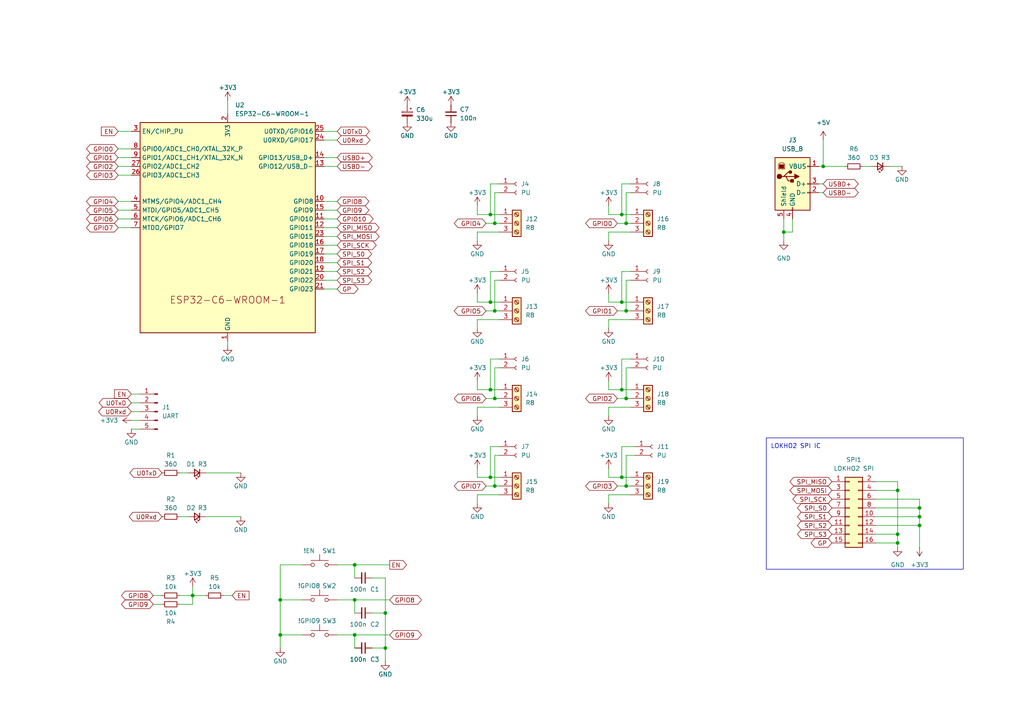
<source format=kicad_sch>
(kicad_sch (version 20250114) (generator "eeschema") (generator_version "9.0")
  (paper "A4")
  (lib_symbols
    (symbol "Connector:Conn_01x02_Socket" (pin_names (offset 1.016) (hide yes))
      (property "Reference" "J" (at 0 2.54 0))
      (property "Value" "Conn_01x02_Socket" (at 0 -5.08 0))
      (symbol "Conn_01x02_Socket_1_1"
        (polyline (pts (xy -1.27 0) (xy -0.508 0)) (stroke (width 0.1524)))
        (polyline (pts (xy -1.27 -2.54) (xy -0.508 -2.54)) (stroke (width 0.1524)))
        (arc (start 0 -0.508) (mid -0.5058 0) (end 0 0.508) (stroke (width 0.1524)))
        (arc (start 0 -3.048) (mid -0.5058 -2.54) (end 0 -2.032) (stroke (width 0.1524)))
        (pin passive line (at -5.08 0 0) (length 3.81) (name "Pin_1") (number "1"))
        (pin passive line (at -5.08 -2.54 0) (length 3.81) (name "Pin_2") (number "2"))
      )
    )
    (symbol "Connector:Conn_01x05_Pin" (pin_names (offset 1.016) (hide yes))
      (property "Reference" "J" (at 0 7.62 0))
      (property "Value" "Conn_01x05_Pin" (at 0 -7.62 0))
      (symbol "Conn_01x05_Pin_1_1"
        (rectangle (start 0.8636 5.207) (end 0 4.953) (stroke (width 0.1524)) (fill (type outline)))
        (rectangle (start 0.8636 2.667) (end 0 2.413) (stroke (width 0.1524)) (fill (type outline)))
        (rectangle (start 0.8636 0.127) (end 0 -0.127) (stroke (width 0.1524)) (fill (type outline)))
        (rectangle (start 0.8636 -2.413) (end 0 -2.667) (stroke (width 0.1524)) (fill (type outline)))
        (rectangle (start 0.8636 -4.953) (end 0 -5.207) (stroke (width 0.1524)) (fill (type outline)))
        (polyline (pts (xy 1.27 5.08) (xy 0.8636 5.08)) (stroke (width 0.1524)))
        (polyline (pts (xy 1.27 2.54) (xy 0.8636 2.54)) (stroke (width 0.1524)))
        (polyline (pts (xy 1.27 0) (xy 0.8636 0)) (stroke (width 0.1524)))
        (polyline (pts (xy 1.27 -2.54) (xy 0.8636 -2.54)) (stroke (width 0.1524)))
        (polyline (pts (xy 1.27 -5.08) (xy 0.8636 -5.08)) (stroke (width 0.1524)))
        (pin passive line (at 5.08 5.08 180) (length 3.81) (name "Pin_1") (number "1"))
        (pin passive line (at 5.08 2.54 180) (length 3.81) (name "Pin_2") (number "2"))
        (pin passive line (at 5.08 0 180) (length 3.81) (name "Pin_3") (number "3"))
        (pin passive line (at 5.08 -2.54 180) (length 3.81) (name "Pin_4") (number "4"))
        (pin passive line (at 5.08 -5.08 180) (length 3.81) (name "Pin_5") (number "5"))
      )
    )
    (symbol "Connector:Screw_Terminal_01x03" (pin_names (offset 1.016) (hide yes))
      (property "Reference" "J" (at 0 5.08 0))
      (property "Value" "Screw_Terminal_01x03" (at 0 -5.08 0))
      (symbol "Screw_Terminal_01x03_1_1"
        (rectangle (start -1.27 3.81) (end 1.27 -3.81) (stroke (width 0.254)) (fill (type background)))
        (polyline (pts (xy -0.5334 2.8702) (xy 0.3302 2.032)) (stroke (width 0.1524)))
        (polyline (pts (xy -0.5334 0.3302) (xy 0.3302 -0.508)) (stroke (width 0.1524)))
        (polyline (pts (xy -0.5334 -2.2098) (xy 0.3302 -3.048)) (stroke (width 0.1524)))
        (polyline (pts (xy -0.3556 3.048) (xy 0.508 2.2098)) (stroke (width 0.1524)))
        (polyline (pts (xy -0.3556 0.508) (xy 0.508 -0.3302)) (stroke (width 0.1524)))
        (polyline (pts (xy -0.3556 -2.032) (xy 0.508 -2.8702)) (stroke (width 0.1524)))
        (circle (center 0 2.54) (radius 0.635) (stroke (width 0.1524)))
        (circle (center 0 0) (radius 0.635) (stroke (width 0.1524)))
        (circle (center 0 -2.54) (radius 0.635) (stroke (width 0.1524)))
        (pin passive line (at -5.08 2.54 0) (length 3.81) (name "Pin_1") (number "1"))
        (pin passive line (at -5.08 0 0) (length 3.81) (name "Pin_2") (number "2"))
        (pin passive line (at -5.08 -2.54 0) (length 3.81) (name "Pin_3") (number "3"))
      )
    )
    (symbol "Connector:USB_B" (pin_names (offset 1.016))
      (property "Reference" "J" (at -5.08 11.43 0))
      (property "Value" "USB_B" (at -5.08 8.89 0))
      (symbol "USB_B_0_1"
        (rectangle (start -5.08 -7.62) (end 5.08 7.62) (stroke (width 0.254)) (fill (type background)))
        (polyline (pts (xy -4.064 4.318) (xy -2.286 4.318) (xy -2.286 5.715) (xy -2.667 6.096) (xy -3.683 6.096) (xy -4.064 5.715) (xy -4.064 4.318)))
        (rectangle (start -3.81 5.588) (end -2.54 4.572) (fill (type outline)))
        (circle (center -3.81 2.159) (radius 0.635) (stroke (width 0.254)) (fill (type outline)))
        (polyline (pts (xy -3.175 2.159) (xy -2.54 2.159) (xy -1.27 3.429) (xy -0.635 3.429)) (stroke (width 0.254)))
        (polyline (pts (xy -2.54 2.159) (xy -1.905 2.159) (xy -1.27 0.889) (xy 0 0.889)) (stroke (width 0.254)))
        (polyline (pts (xy -1.905 2.159) (xy 0.635 2.159)) (stroke (width 0.254)))
        (circle (center -0.635 3.429) (radius 0.381) (stroke (width 0.254)) (fill (type outline)))
        (rectangle (start -0.127 -7.62) (end 0.127 -6.858))
        (rectangle (start 0.254 1.27) (end -0.508 0.508) (stroke (width 0.254)) (fill (type outline)))
        (polyline (pts (xy 0.635 2.794) (xy 0.635 1.524) (xy 1.905 2.159) (xy 0.635 2.794)) (stroke (width 0.254)) (fill (type outline)))
        (rectangle (start 5.08 4.953) (end 4.318 5.207))
        (rectangle (start 5.08 -0.127) (end 4.318 0.127))
        (rectangle (start 5.08 -2.667) (end 4.318 -2.413))
      )
      (symbol "USB_B_1_1"
        (pin passive line (at -2.54 -10.16 90) (length 2.54) (name "Shield") (number "5"))
        (pin power_out line (at 0 -10.16 90) (length 2.54) (name "GND") (number "4"))
        (pin power_out line (at 7.62 5.08 180) (length 2.54) (name "VBUS") (number "1"))
        (pin bidirectional line (at 7.62 0 180) (length 2.54) (name "D+") (number "3"))
        (pin bidirectional line (at 7.62 -2.54 180) (length 2.54) (name "D-") (number "2"))
      )
    )
    (symbol "Connector_Generic:Conn_02x08_Odd_Even" (pin_names (offset 1.016) (hide yes))
      (property "Reference" "J" (at 1.27 10.16 0))
      (property "Value" "Conn_02x08_Odd_Even" (at 1.27 -12.7 0))
      (symbol "Conn_02x08_Odd_Even_1_1"
        (rectangle (start -1.27 8.89) (end 3.81 -11.43) (stroke (width 0.254)) (fill (type background)))
        (rectangle (start -1.27 7.747) (end 0 7.493) (stroke (width 0.1524)))
        (rectangle (start -1.27 5.207) (end 0 4.953) (stroke (width 0.1524)))
        (rectangle (start -1.27 2.667) (end 0 2.413) (stroke (width 0.1524)))
        (rectangle (start -1.27 0.127) (end 0 -0.127) (stroke (width 0.1524)))
        (rectangle (start -1.27 -2.413) (end 0 -2.667) (stroke (width 0.1524)))
        (rectangle (start -1.27 -4.953) (end 0 -5.207) (stroke (width 0.1524)))
        (rectangle (start -1.27 -7.493) (end 0 -7.747) (stroke (width 0.1524)))
        (rectangle (start -1.27 -10.033) (end 0 -10.287) (stroke (width 0.1524)))
        (rectangle (start 3.81 7.747) (end 2.54 7.493) (stroke (width 0.1524)))
        (rectangle (start 3.81 5.207) (end 2.54 4.953) (stroke (width 0.1524)))
        (rectangle (start 3.81 2.667) (end 2.54 2.413) (stroke (width 0.1524)))
        (rectangle (start 3.81 0.127) (end 2.54 -0.127) (stroke (width 0.1524)))
        (rectangle (start 3.81 -2.413) (end 2.54 -2.667) (stroke (width 0.1524)))
        (rectangle (start 3.81 -4.953) (end 2.54 -5.207) (stroke (width 0.1524)))
        (rectangle (start 3.81 -7.493) (end 2.54 -7.747) (stroke (width 0.1524)))
        (rectangle (start 3.81 -10.033) (end 2.54 -10.287) (stroke (width 0.1524)))
        (pin passive line (at -5.08 7.62 0) (length 3.81) (name "Pin_1") (number "1"))
        (pin passive line (at -5.08 5.08 0) (length 3.81) (name "Pin_3") (number "3"))
        (pin passive line (at -5.08 2.54 0) (length 3.81) (name "Pin_5") (number "5"))
        (pin passive line (at -5.08 0 0) (length 3.81) (name "Pin_7") (number "7"))
        (pin passive line (at -5.08 -2.54 0) (length 3.81) (name "Pin_9") (number "9"))
        (pin passive line (at -5.08 -5.08 0) (length 3.81) (name "Pin_11") (number "11"))
        (pin passive line (at -5.08 -7.62 0) (length 3.81) (name "Pin_13") (number "13"))
        (pin passive line (at -5.08 -10.16 0) (length 3.81) (name "Pin_15") (number "15"))
        (pin passive line (at 7.62 7.62 180) (length 3.81) (name "Pin_2") (number "2"))
        (pin passive line (at 7.62 5.08 180) (length 3.81) (name "Pin_4") (number "4"))
        (pin passive line (at 7.62 2.54 180) (length 3.81) (name "Pin_6") (number "6"))
        (pin passive line (at 7.62 0 180) (length 3.81) (name "Pin_8") (number "8"))
        (pin passive line (at 7.62 -2.54 180) (length 3.81) (name "Pin_10") (number "10"))
        (pin passive line (at 7.62 -5.08 180) (length 3.81) (name "Pin_12") (number "12"))
        (pin passive line (at 7.62 -7.62 180) (length 3.81) (name "Pin_14") (number "14"))
        (pin passive line (at 7.62 -10.16 180) (length 3.81) (name "Pin_16") (number "16"))
      )
    )
    (symbol "Device:C_Polarized_Small" (pin_numbers (hide yes)) (pin_names (offset 0.254) (hide yes))
      (property "Reference" "C" (at 0.254 1.778 0))
      (property "Value" "C_Polarized_Small" (at 0.254 -2.032 0))
      (symbol "C_Polarized_Small_0_1"
        (rectangle (start -1.524 0.6858) (end 1.524 0.3048))
        (rectangle (start -1.524 -0.3048) (end 1.524 -0.6858) (fill (type outline)))
        (polyline (pts (xy -1.27 1.524) (xy -0.762 1.524)))
        (polyline (pts (xy -1.016 1.27) (xy -1.016 1.778)))
      )
      (symbol "C_Polarized_Small_1_1"
        (pin passive line (at 0 2.54 270) (length 1.8542) (name "~") (number "1"))
        (pin passive line (at 0 -2.54 90) (length 1.8542) (name "~") (number "2"))
      )
    )
    (symbol "Device:C_Small" (pin_numbers (hide yes)) (pin_names (offset 0.254) (hide yes))
      (property "Reference" "C" (at 0.254 1.778 0))
      (property "Value" "C_Small" (at 0.254 -2.032 0))
      (symbol "C_Small_0_1"
        (polyline (pts (xy -1.524 0.508) (xy 1.524 0.508)) (stroke (width 0.3048)))
        (polyline (pts (xy -1.524 -0.508) (xy 1.524 -0.508)) (stroke (width 0.3302)))
      )
      (symbol "C_Small_1_1"
        (pin passive line (at 0 2.54 270) (length 2.032) (name "~") (number "1"))
        (pin passive line (at 0 -2.54 90) (length 2.032) (name "~") (number "2"))
      )
    )
    (symbol "Device:LED_Small" (pin_numbers (hide yes)) (pin_names (offset 0.254) (hide yes))
      (property "Reference" "D" (at -1.27 3.175 0))
      (property "Value" "LED_Small" (at -4.445 -2.54 0))
      (symbol "LED_Small_0_1"
        (polyline (pts (xy -0.762 -1.016) (xy -0.762 1.016)) (stroke (width 0.254)))
        (polyline (pts (xy 0 0.762) (xy -0.508 1.27) (xy -0.254 1.27) (xy -0.508 1.27) (xy -0.508 1.016)))
        (polyline (pts (xy 0.508 1.27) (xy 0 1.778) (xy 0.254 1.778) (xy 0 1.778) (xy 0 1.524)))
        (polyline (pts (xy 0.762 -1.016) (xy -0.762 0) (xy 0.762 1.016) (xy 0.762 -1.016)) (stroke (width 0.254)))
        (polyline (pts (xy 1.016 0) (xy -0.762 0)))
      )
      (symbol "LED_Small_1_1"
        (pin passive line (at -2.54 0 0) (length 1.778) (name "K") (number "1"))
        (pin passive line (at 2.54 0 180) (length 1.778) (name "A") (number "2"))
      )
    )
    (symbol "Device:R_Small" (pin_numbers (hide yes)) (pin_names (offset 0.254) (hide yes))
      (property "Reference" "R" (at 0.762 0.508 0))
      (property "Value" "R_Small" (at 0.762 -1.016 0))
      (symbol "R_Small_0_1"
        (rectangle (start -0.762 1.778) (end 0.762 -1.778) (stroke (width 0.2032)))
      )
      (symbol "R_Small_1_1"
        (pin passive line (at 0 2.54 270) (length 0.762) (name "~") (number "1"))
        (pin passive line (at 0 -2.54 90) (length 0.762) (name "~") (number "2"))
      )
    )
    (symbol "Espressif:ESP32-C6-WROOM-1"
      (property "Reference" "U" (at -25.4 35.56 0))
      (property "Value" "ESP32-C6-WROOM-1" (at -25.4 33.02 0))
      (symbol "ESP32-C6-WROOM-1_0_0"
        (text "ESP32-C6-WROOM-1" (at 0 -20.955 0) (effects (font (size 2 2))))
      )
      (symbol "ESP32-C6-WROOM-1_0_1"
        (rectangle (start -25.4 30.48) (end 25.4 -30.48) (stroke (width 0.254)) (fill (type background)))
      )
      (symbol "ESP32-C6-WROOM-1_1_1"
        (pin input line (at -27.94 27.94 0) (length 2.54) (name "EN/CHIP_PU") (number "3"))
        (pin bidirectional line (at -27.94 22.86 0) (length 2.54) (name "GPIO0/ADC1_CH0/XTAL_32K_P") (number "8"))
        (pin bidirectional line (at -27.94 20.32 0) (length 2.54) (name "GPIO1/ADC1_CH1/XTAL_32K_N") (number "9"))
        (pin bidirectional line (at -27.94 17.78 0) (length 2.54) (name "GPIO2/ADC1_CH2") (number "27"))
        (pin bidirectional line (at -27.94 15.24 0) (length 2.54) (name "GPIO3/ADC1_CH3") (number "26"))
        (pin bidirectional line (at -27.94 7.62 0) (length 2.54) (name "MTMS/GPIO4/ADC1_CH4") (number "4"))
        (pin bidirectional line (at -27.94 5.08 0) (length 2.54) (name "MTDI/GPIO5/ADC1_CH5") (number "5"))
        (pin bidirectional line (at -27.94 2.54 0) (length 2.54) (name "MTCK/GPIO6/ADC1_CH6") (number "6"))
        (pin bidirectional line (at -27.94 0 0) (length 2.54) (name "MTDO/GPIO7") (number "7"))
        (pin no_connect line (at -25.4 -12.7 0) (length 2.54) (hide yes) (name "NC") (number "22"))
        (pin power_in line (at 0 33.02 270) (length 2.54) (name "3V3") (number "2"))
        (pin power_in line (at 0 -33.02 90) (length 2.54) (name "GND") (number "1"))
        (pin passive line (at 0 -33.02 90) (length 2.54) (hide yes) (name "GND") (number "28"))
        (pin passive line (at 0 -33.02 90) (length 2.54) (hide yes) (name "GND") (number "29"))
        (pin bidirectional line (at 27.94 27.94 180) (length 2.54) (name "U0TXD/GPIO16") (number "25"))
        (pin bidirectional line (at 27.94 25.4 180) (length 2.54) (name "U0RXD/GPIO17") (number "24"))
        (pin bidirectional line (at 27.94 20.32 180) (length 2.54) (name "GPIO13/USB_D+") (number "14"))
        (pin bidirectional line (at 27.94 17.78 180) (length 2.54) (name "GPIO12/USB_D-") (number "13"))
        (pin bidirectional line (at 27.94 7.62 180) (length 2.54) (name "GPIO8") (number "10"))
        (pin bidirectional line (at 27.94 5.08 180) (length 2.54) (name "GPIO9") (number "15"))
        (pin bidirectional line (at 27.94 2.54 180) (length 2.54) (name "GPIO10") (number "11"))
        (pin bidirectional line (at 27.94 0 180) (length 2.54) (name "GPIO11") (number "12"))
        (pin bidirectional line (at 27.94 -2.54 180) (length 2.54) (name "GPIO15") (number "23"))
        (pin bidirectional line (at 27.94 -5.08 180) (length 2.54) (name "GPIO18") (number "16"))
        (pin bidirectional line (at 27.94 -7.62 180) (length 2.54) (name "GPIO19") (number "17"))
        (pin bidirectional line (at 27.94 -10.16 180) (length 2.54) (name "GPIO20") (number "18"))
        (pin bidirectional line (at 27.94 -12.7 180) (length 2.54) (name "GPIO21") (number "19"))
        (pin bidirectional line (at 27.94 -15.24 180) (length 2.54) (name "GPIO22") (number "20"))
        (pin bidirectional line (at 27.94 -17.78 180) (length 2.54) (name "GPIO23") (number "21"))
      )
    )
    (symbol "GND_1" (power) (pin_numbers (hide yes)) (pin_names (offset 0) (hide yes))
      (property "Value" "GND" (at 0 -3.81 0))
      (symbol "GND_1_0_1"
        (polyline (pts (xy 0 0) (xy 0 -1.27) (xy 1.27 -1.27) (xy 0 -2.54) (xy -1.27 -1.27) (xy 0 -1.27)))
      )
      (symbol "GND_1_1_1"
        (pin power_in line (at 0 0 270) (length 0) (name "~") (number "1"))
      )
    )
    (symbol "Switch:SW_Push" (pin_numbers (hide yes)) (pin_names (offset 1.016) (hide yes))
      (property "Reference" "SW" (at 1.27 2.54 0))
      (property "Value" "SW_Push" (at 0 -1.524 0))
      (symbol "SW_Push_0_1"
        (circle (center -2.032 0) (radius 0.508))
        (polyline (pts (xy 0 1.27) (xy 0 3.048)))
        (circle (center 2.032 0) (radius 0.508))
        (polyline (pts (xy 2.54 1.27) (xy -2.54 1.27)))
        (pin passive line (at -5.08 0 0) (length 2.54) (name "1") (number "1"))
        (pin passive line (at 5.08 0 180) (length 2.54) (name "2") (number "2"))
      )
    )
    (symbol "power:+12V" (power) (pin_names (offset 0))
      (property "Value" "+12V" (at 0 3.556 0))
      (symbol "+12V_0_1"
        (polyline (pts (xy -0.762 1.27) (xy 0 2.54)))
        (polyline (pts (xy 0 2.54) (xy 0.762 1.27)))
        (polyline (pts (xy 0 0) (xy 0 2.54)))
      )
      (symbol "+12V_1_1"
        (pin power_in line (at 0 0 90) (length 0) (hide yes) (name "+12V") (number "1"))
      )
    )
    (symbol "power:+3V3" (power) (pin_numbers (hide yes)) (pin_names (offset 0) (hide yes))
      (property "Value" "+3V3" (at 0 3.556 0))
      (symbol "+3V3_0_1"
        (polyline (pts (xy -0.762 1.27) (xy 0 2.54)))
        (polyline (pts (xy 0 2.54) (xy 0.762 1.27)))
        (polyline (pts (xy 0 0) (xy 0 2.54)))
      )
      (symbol "+3V3_1_1"
        (pin power_in line (at 0 0 90) (length 0) (name "~") (number "1"))
      )
    )
    (symbol "power:GND" (power) (pin_numbers (hide yes)) (pin_names (offset 0) (hide yes))
      (property "Value" "GND" (at 0 -3.81 0))
      (symbol "GND_0_1"
        (polyline (pts (xy 0 0) (xy 0 -1.27) (xy 1.27 -1.27) (xy 0 -2.54) (xy -1.27 -1.27) (xy 0 -1.27)))
      )
      (symbol "GND_1_1"
        (pin power_in line (at 0 0 270) (length 0) (name "~") (number "1"))
      )
    )
  )
  (rectangle (start 222.25 127) (end 279.4 165.1))
  (text "LOKHO2 SPI IC" (at 223.52 129.54 0) (effects (font (size 1.27 1.27)) (justify left)))
  (junction (at 111.76 177.8))
  (junction (at 142.24 87.63))
  (junction (at 81.28 173.99))
  (junction (at 143.51 140.97))
  (junction (at 102.87 184.15))
  (junction (at 143.51 64.77))
  (junction (at 260.35 154.94))
  (junction (at 181.61 115.57))
  (junction (at 181.61 140.97))
  (junction (at 142.24 62.23))
  (junction (at 180.34 138.43))
  (junction (at 260.35 142.24))
  (junction (at 102.87 173.99))
  (junction (at 111.76 187.96))
  (junction (at 55.88 172.72))
  (junction (at 266.7 147.32))
  (junction (at 266.7 149.86))
  (junction (at 81.28 184.15))
  (junction (at 143.51 90.17))
  (junction (at 143.51 115.57))
  (junction (at 180.34 113.03))
  (junction (at 102.87 163.83))
  (junction (at 260.35 157.48))
  (junction (at 142.24 113.03))
  (junction (at 181.61 64.77))
  (junction (at 142.24 138.43))
  (junction (at 180.34 62.23))
  (junction (at 180.34 87.63))
  (junction (at 266.7 152.4))
  (junction (at 227.33 67.31))
  (junction (at 238.76 48.26))
  (junction (at 181.61 90.17))
  (wire (pts (xy 144.78 129.54) (xy 142.24 129.54)))
  (wire (pts (xy 93.98 83.82) (xy 97.79 83.82)))
  (wire (pts (xy 184.15 129.54) (xy 180.34 129.54)))
  (wire (pts (xy 140.97 64.77) (xy 143.51 64.77)))
  (wire (pts (xy 138.43 67.31) (xy 144.78 67.31)))
  (wire (pts (xy 93.98 78.74) (xy 97.79 78.74)))
  (wire (pts (xy 143.51 106.68) (xy 143.51 115.57)))
  (wire (pts (xy 144.78 104.14) (xy 142.24 104.14)))
  (wire (pts (xy 179.07 90.17) (xy 181.61 90.17)))
  (wire (pts (xy 93.98 73.66) (xy 97.79 73.66)))
  (wire (pts (xy 182.88 81.28) (xy 181.61 81.28)))
  (wire (pts (xy 93.98 45.72) (xy 97.79 45.72)))
  (wire (pts (xy 34.29 63.5) (xy 38.1 63.5)))
  (wire (pts (xy 142.24 138.43) (xy 144.78 138.43)))
  (wire (pts (xy 176.53 110.49) (xy 176.53 113.03)))
  (wire (pts (xy 182.88 53.34) (xy 180.34 53.34)))
  (wire (pts (xy 93.98 58.42) (xy 97.79 58.42)))
  (wire (pts (xy 138.43 113.03) (xy 142.24 113.03)))
  (wire (pts (xy 254 142.24) (xy 260.35 142.24)))
  (wire (pts (xy 142.24 113.03) (xy 144.78 113.03)))
  (wire (pts (xy 102.87 184.15) (xy 102.87 187.96)))
  (wire (pts (xy 176.53 120.65) (xy 176.53 118.11)))
  (wire (pts (xy 138.43 118.11) (xy 144.78 118.11)))
  (wire (pts (xy 34.29 58.42) (xy 38.1 58.42)))
  (wire (pts (xy 142.24 53.34) (xy 142.24 62.23)))
  (wire (pts (xy 38.1 121.92) (xy 40.64 121.92)))
  (wire (pts (xy 52.07 172.72) (xy 55.88 172.72)))
  (wire (pts (xy 93.98 38.1) (xy 97.79 38.1)))
  (wire (pts (xy 34.29 50.8) (xy 38.1 50.8)))
  (wire (pts (xy 181.61 115.57) (xy 182.88 115.57)))
  (wire (pts (xy 59.69 172.72) (xy 55.88 172.72)))
  (wire (pts (xy 176.53 95.25) (xy 176.53 92.71)))
  (wire (pts (xy 254 154.94) (xy 260.35 154.94)))
  (wire (pts (xy 34.29 48.26) (xy 38.1 48.26)))
  (wire (pts (xy 254 139.7) (xy 260.35 139.7)))
  (wire (pts (xy 138.43 62.23) (xy 142.24 62.23)))
  (wire (pts (xy 176.53 59.69) (xy 176.53 62.23)))
  (wire (pts (xy 266.7 147.32) (xy 266.7 149.86)))
  (wire (pts (xy 143.51 115.57) (xy 144.78 115.57)))
  (wire (pts (xy 93.98 66.04) (xy 97.79 66.04)))
  (wire (pts (xy 102.87 163.83) (xy 102.87 167.64)))
  (wire (pts (xy 227.33 67.31) (xy 227.33 69.85)))
  (wire (pts (xy 260.35 158.75) (xy 260.35 157.48)))
  (wire (pts (xy 111.76 187.96) (xy 107.95 187.96)))
  (wire (pts (xy 34.29 45.72) (xy 38.1 45.72)))
  (wire (pts (xy 180.34 104.14) (xy 180.34 113.03)))
  (wire (pts (xy 176.53 67.31) (xy 182.88 67.31)))
  (wire (pts (xy 176.53 113.03) (xy 180.34 113.03)))
  (wire (pts (xy 38.1 124.46) (xy 40.64 124.46)))
  (wire (pts (xy 81.28 173.99) (xy 81.28 184.15)))
  (wire (pts (xy 143.51 90.17) (xy 144.78 90.17)))
  (wire (pts (xy 140.97 140.97) (xy 143.51 140.97)))
  (wire (pts (xy 142.24 78.74) (xy 142.24 87.63)))
  (wire (pts (xy 266.7 158.75) (xy 266.7 152.4)))
  (wire (pts (xy 138.43 69.85) (xy 138.43 67.31)))
  (wire (pts (xy 143.51 140.97) (xy 144.78 140.97)))
  (wire (pts (xy 81.28 187.96) (xy 81.28 184.15)))
  (wire (pts (xy 182.88 106.68) (xy 181.61 106.68)))
  (wire (pts (xy 181.61 90.17) (xy 182.88 90.17)))
  (wire (pts (xy 143.51 55.88) (xy 143.51 64.77)))
  (wire (pts (xy 138.43 92.71) (xy 144.78 92.71)))
  (wire (pts (xy 102.87 173.99) (xy 113.03 173.99)))
  (wire (pts (xy 254 149.86) (xy 266.7 149.86)))
  (wire (pts (xy 144.78 53.34) (xy 142.24 53.34)))
  (wire (pts (xy 107.95 177.8) (xy 111.76 177.8)))
  (wire (pts (xy 182.88 104.14) (xy 180.34 104.14)))
  (wire (pts (xy 138.43 146.05) (xy 138.43 143.51)))
  (wire (pts (xy 176.53 85.09) (xy 176.53 87.63)))
  (wire (pts (xy 38.1 116.84) (xy 40.64 116.84)))
  (wire (pts (xy 266.7 152.4) (xy 266.7 149.86)))
  (wire (pts (xy 97.79 173.99) (xy 102.87 173.99)))
  (wire (pts (xy 138.43 110.49) (xy 138.43 113.03)))
  (wire (pts (xy 138.43 135.89) (xy 138.43 138.43)))
  (wire (pts (xy 180.34 129.54) (xy 180.34 138.43)))
  (wire (pts (xy 34.29 60.96) (xy 38.1 60.96)))
  (wire (pts (xy 93.98 68.58) (xy 97.79 68.58)))
  (wire (pts (xy 181.61 140.97) (xy 182.88 140.97)))
  (wire (pts (xy 179.07 64.77) (xy 181.61 64.77)))
  (wire (pts (xy 87.63 163.83) (xy 81.28 163.83)))
  (wire (pts (xy 181.61 106.68) (xy 181.61 115.57)))
  (wire (pts (xy 44.45 175.26) (xy 46.99 175.26)))
  (wire (pts (xy 179.07 115.57) (xy 181.61 115.57)))
  (wire (pts (xy 87.63 173.99) (xy 81.28 173.99)))
  (wire (pts (xy 250.19 48.26) (xy 252.73 48.26)))
  (wire (pts (xy 140.97 90.17) (xy 143.51 90.17)))
  (wire (pts (xy 93.98 40.64) (xy 97.79 40.64)))
  (wire (pts (xy 238.76 40.64) (xy 238.76 48.26)))
  (wire (pts (xy 181.61 132.08) (xy 181.61 140.97)))
  (wire (pts (xy 181.61 132.08) (xy 184.15 132.08)))
  (wire (pts (xy 142.24 104.14) (xy 142.24 113.03)))
  (wire (pts (xy 93.98 71.12) (xy 97.79 71.12)))
  (wire (pts (xy 176.53 135.89) (xy 176.53 138.43)))
  (wire (pts (xy 254 152.4) (xy 266.7 152.4)))
  (wire (pts (xy 138.43 143.51) (xy 144.78 143.51)))
  (wire (pts (xy 176.53 87.63) (xy 180.34 87.63)))
  (wire (pts (xy 102.87 163.83) (xy 113.03 163.83)))
  (wire (pts (xy 138.43 120.65) (xy 138.43 118.11)))
  (wire (pts (xy 180.34 53.34) (xy 180.34 62.23)))
  (wire (pts (xy 260.35 142.24) (xy 260.35 154.94)))
  (wire (pts (xy 138.43 59.69) (xy 138.43 62.23)))
  (wire (pts (xy 180.34 62.23) (xy 182.88 62.23)))
  (wire (pts (xy 97.79 163.83) (xy 102.87 163.83)))
  (wire (pts (xy 180.34 138.43) (xy 182.88 138.43)))
  (wire (pts (xy 44.45 172.72) (xy 46.99 172.72)))
  (wire (pts (xy 66.04 29.21) (xy 66.04 33.02)))
  (wire (pts (xy 34.29 66.04) (xy 38.1 66.04)))
  (wire (pts (xy 40.64 114.3) (xy 38.1 114.3)))
  (wire (pts (xy 266.7 144.78) (xy 266.7 147.32)))
  (wire (pts (xy 179.07 140.97) (xy 181.61 140.97)))
  (wire (pts (xy 176.53 69.85) (xy 176.53 67.31)))
  (wire (pts (xy 52.07 149.86) (xy 54.61 149.86)))
  (wire (pts (xy 182.88 78.74) (xy 180.34 78.74)))
  (wire (pts (xy 176.53 118.11) (xy 182.88 118.11)))
  (wire (pts (xy 140.97 115.57) (xy 143.51 115.57)))
  (wire (pts (xy 144.78 78.74) (xy 142.24 78.74)))
  (wire (pts (xy 237.49 55.88) (xy 238.76 55.88)))
  (wire (pts (xy 55.88 170.18) (xy 55.88 172.72)))
  (wire (pts (xy 180.34 113.03) (xy 182.88 113.03)))
  (wire (pts (xy 260.35 154.94) (xy 260.35 157.48)))
  (wire (pts (xy 102.87 184.15) (xy 113.03 184.15)))
  (wire (pts (xy 142.24 129.54) (xy 142.24 138.43)))
  (wire (pts (xy 245.11 48.26) (xy 238.76 48.26)))
  (wire (pts (xy 138.43 138.43) (xy 142.24 138.43)))
  (wire (pts (xy 237.49 53.34) (xy 238.76 53.34)))
  (wire (pts (xy 67.31 172.72) (xy 64.77 172.72)))
  (wire (pts (xy 181.61 64.77) (xy 182.88 64.77)))
  (wire (pts (xy 38.1 119.38) (xy 40.64 119.38)))
  (wire (pts (xy 34.29 43.18) (xy 38.1 43.18)))
  (wire (pts (xy 93.98 81.28) (xy 97.79 81.28)))
  (wire (pts (xy 97.79 184.15) (xy 102.87 184.15)))
  (wire (pts (xy 260.35 139.7) (xy 260.35 142.24)))
  (wire (pts (xy 93.98 63.5) (xy 97.79 63.5)))
  (wire (pts (xy 93.98 76.2) (xy 97.79 76.2)))
  (wire (pts (xy 229.87 67.31) (xy 227.33 67.31)))
  (wire (pts (xy 144.78 132.08) (xy 143.51 132.08)))
  (wire (pts (xy 237.49 48.26) (xy 238.76 48.26)))
  (wire (pts (xy 142.24 87.63) (xy 144.78 87.63)))
  (wire (pts (xy 93.98 48.26) (xy 97.79 48.26)))
  (wire (pts (xy 176.53 62.23) (xy 180.34 62.23)))
  (wire (pts (xy 138.43 95.25) (xy 138.43 92.71)))
  (wire (pts (xy 144.78 81.28) (xy 143.51 81.28)))
  (wire (pts (xy 52.07 137.16) (xy 54.61 137.16)))
  (wire (pts (xy 102.87 173.99) (xy 102.87 177.8)))
  (wire (pts (xy 111.76 177.8) (xy 111.76 187.96)))
  (wire (pts (xy 66.04 99.06) (xy 66.04 100.33)))
  (wire (pts (xy 176.53 146.05) (xy 176.53 143.51)))
  (wire (pts (xy 81.28 163.83) (xy 81.28 173.99)))
  (wire (pts (xy 143.51 132.08) (xy 143.51 140.97)))
  (wire (pts (xy 180.34 87.63) (xy 182.88 87.63)))
  (wire (pts (xy 260.35 157.48) (xy 254 157.48)))
  (wire (pts (xy 143.51 81.28) (xy 143.51 90.17)))
  (wire (pts (xy 111.76 167.64) (xy 111.76 177.8)))
  (wire (pts (xy 34.29 38.1) (xy 38.1 38.1)))
  (wire (pts (xy 181.61 81.28) (xy 181.61 90.17)))
  (wire (pts (xy 52.07 175.26) (xy 55.88 175.26)))
  (wire (pts (xy 111.76 187.96) (xy 111.76 191.77)))
  (wire (pts (xy 254 144.78) (xy 266.7 144.78)))
  (wire (pts (xy 142.24 62.23) (xy 144.78 62.23)))
  (wire (pts (xy 143.51 64.77) (xy 144.78 64.77)))
  (wire (pts (xy 254 147.32) (xy 266.7 147.32)))
  (wire (pts (xy 138.43 87.63) (xy 142.24 87.63)))
  (wire (pts (xy 55.88 175.26) (xy 55.88 172.72)))
  (wire (pts (xy 229.87 63.5) (xy 229.87 67.31)))
  (wire (pts (xy 144.78 106.68) (xy 143.51 106.68)))
  (wire (pts (xy 176.53 92.71) (xy 182.88 92.71)))
  (wire (pts (xy 257.81 48.26) (xy 261.62 48.26)))
  (wire (pts (xy 81.28 184.15) (xy 87.63 184.15)))
  (wire (pts (xy 182.88 55.88) (xy 181.61 55.88)))
  (wire (pts (xy 93.98 60.96) (xy 97.79 60.96)))
  (wire (pts (xy 144.78 55.88) (xy 143.51 55.88)))
  (wire (pts (xy 180.34 78.74) (xy 180.34 87.63)))
  (wire (pts (xy 59.69 149.86) (xy 69.85 149.86)))
  (wire (pts (xy 59.69 137.16) (xy 69.85 137.16)))
  (wire (pts (xy 176.53 138.43) (xy 180.34 138.43)))
  (wire (pts (xy 138.43 85.09) (xy 138.43 87.63)))
  (wire (pts (xy 227.33 63.5) (xy 227.33 67.31)))
  (wire (pts (xy 181.61 55.88) (xy 181.61 64.77)))
  (wire (pts (xy 107.95 167.64) (xy 111.76 167.64)))
  (wire (pts (xy 176.53 143.51) (xy 182.88 143.51)))
  (global_label "GPIO0" (shape bidirectional) (at 179.07 64.77 180) (property "Intersheetrefs" "${INTERSHEET_REFS}" (effects (hide yes))))
  (global_label "SPI_S3" (shape bidirectional) (at 97.79 81.28 0) (property "Intersheetrefs" "${INTERSHEET_REFS}" (effects (hide yes))))
  (global_label "GPIO9" (shape bidirectional) (at 44.45 175.26 180) (property "Intersheetrefs" "${INTERSHEET_REFS}" (effects (hide yes))))
  (global_label "GPIO3" (shape bidirectional) (at 179.07 140.97 180) (property "Intersheetrefs" "${INTERSHEET_REFS}" (effects (hide yes))))
  (global_label "SPI_SCK" (shape bidirectional) (at 241.3 144.78 180) (property "Intersheetrefs" "${INTERSHEET_REFS}" (effects (hide yes))))
  (global_label "SPI_S0" (shape bidirectional) (at 97.79 73.66 0) (property "Intersheetrefs" "${INTERSHEET_REFS}" (effects (hide yes))))
  (global_label "U0Rxd" (shape bidirectional) (at 46.99 149.86 180) (property "Intersheetrefs" "${INTERSHEET_REFS}" (effects (hide yes))))
  (global_label "GPIO3" (shape bidirectional) (at 34.29 50.8 180) (property "Intersheetrefs" "${INTERSHEET_REFS}" (effects (hide yes))))
  (global_label "GP" (shape bidirectional) (at 97.79 83.82 0) (property "Intersheetrefs" "${INTERSHEET_REFS}" (effects (hide yes))))
  (global_label "GPIO9" (shape bidirectional) (at 97.79 60.96 0) (property "Intersheetrefs" "${INTERSHEET_REFS}" (effects (hide yes))))
  (global_label "GPIO7" (shape bidirectional) (at 34.29 66.04 180) (property "Intersheetrefs" "${INTERSHEET_REFS}" (effects (hide yes))))
  (global_label "SPI_MISO" (shape bidirectional) (at 241.3 139.7 180) (property "Intersheetrefs" "${INTERSHEET_REFS}" (effects (hide yes))))
  (global_label "EN" (shape output) (at 113.03 163.83 0) (property "Intersheetrefs" "${INTERSHEET_REFS}" (effects (hide yes))))
  (global_label "GPIO8" (shape bidirectional) (at 97.79 58.42 0) (property "Intersheetrefs" "${INTERSHEET_REFS}" (effects (hide yes))))
  (global_label "U0Rxd" (shape bidirectional) (at 97.79 40.64 0) (property "Intersheetrefs" "${INTERSHEET_REFS}" (effects (hide yes))))
  (global_label "GPIO7" (shape bidirectional) (at 140.97 140.97 180) (property "Intersheetrefs" "${INTERSHEET_REFS}" (effects (hide yes))))
  (global_label "SPI_S3" (shape bidirectional) (at 241.3 154.94 180) (property "Intersheetrefs" "${INTERSHEET_REFS}" (effects (hide yes))))
  (global_label "U0TxD" (shape bidirectional) (at 46.99 137.16 180) (property "Intersheetrefs" "${INTERSHEET_REFS}" (effects (hide yes))))
  (global_label "U0TxD" (shape bidirectional) (at 38.1 116.84 180) (property "Intersheetrefs" "${INTERSHEET_REFS}" (effects (hide yes))))
  (global_label "SPI_MOSI" (shape bidirectional) (at 241.3 142.24 180) (property "Intersheetrefs" "${INTERSHEET_REFS}" (effects (hide yes))))
  (global_label "GPIO9" (shape bidirectional) (at 113.03 184.15 0) (property "Intersheetrefs" "${INTERSHEET_REFS}" (effects (hide yes))))
  (global_label "U0TxD" (shape bidirectional) (at 97.79 38.1 0) (property "Intersheetrefs" "${INTERSHEET_REFS}" (effects (hide yes))))
  (global_label "GPIO5" (shape bidirectional) (at 34.29 60.96 180) (property "Intersheetrefs" "${INTERSHEET_REFS}" (effects (hide yes))))
  (global_label "EN" (shape input) (at 34.29 38.1 180) (property "Intersheetrefs" "${INTERSHEET_REFS}" (effects (hide yes))))
  (global_label "SPI_S1" (shape bidirectional) (at 241.3 149.86 180) (property "Intersheetrefs" "${INTERSHEET_REFS}" (effects (hide yes))))
  (global_label "SPI_SCK" (shape bidirectional) (at 97.79 71.12 0) (property "Intersheetrefs" "${INTERSHEET_REFS}" (effects (hide yes))))
  (global_label "GPIO1" (shape bidirectional) (at 34.29 45.72 180) (property "Intersheetrefs" "${INTERSHEET_REFS}" (effects (hide yes))))
  (global_label "GPIO0" (shape bidirectional) (at 34.29 43.18 180) (property "Intersheetrefs" "${INTERSHEET_REFS}" (effects (hide yes))))
  (global_label "GPIO10" (shape bidirectional) (at 97.79 63.5 0) (property "Intersheetrefs" "${INTERSHEET_REFS}" (effects (hide yes))))
  (global_label "GP" (shape bidirectional) (at 241.3 157.48 180) (property "Intersheetrefs" "${INTERSHEET_REFS}" (effects (hide yes))))
  (global_label "GPIO2" (shape bidirectional) (at 179.07 115.57 180) (property "Intersheetrefs" "${INTERSHEET_REFS}" (effects (hide yes))))
  (global_label "GPIO8" (shape bidirectional) (at 113.03 173.99 0) (property "Intersheetrefs" "${INTERSHEET_REFS}" (effects (hide yes))))
  (global_label "GPIO6" (shape bidirectional) (at 34.29 63.5 180) (property "Intersheetrefs" "${INTERSHEET_REFS}" (effects (hide yes))))
  (global_label "SPI_MOSI" (shape bidirectional) (at 97.79 68.58 0) (property "Intersheetrefs" "${INTERSHEET_REFS}" (effects (hide yes))))
  (global_label "GPIO2" (shape bidirectional) (at 34.29 48.26 180) (property "Intersheetrefs" "${INTERSHEET_REFS}" (effects (hide yes))))
  (global_label "SPI_MISO" (shape bidirectional) (at 97.79 66.04 0) (property "Intersheetrefs" "${INTERSHEET_REFS}" (effects (hide yes))))
  (global_label "SPI_S0" (shape bidirectional) (at 241.3 147.32 180) (property "Intersheetrefs" "${INTERSHEET_REFS}" (effects (hide yes))))
  (global_label "EN" (shape input) (at 67.31 172.72 0) (property "Intersheetrefs" "${INTERSHEET_REFS}" (effects (hide yes))))
  (global_label "USBD+" (shape bidirectional) (at 97.79 45.72 0) (property "Intersheetrefs" "${INTERSHEET_REFS}" (effects (hide yes))))
  (global_label "USBD+" (shape bidirectional) (at 238.76 53.34 0) (property "Intersheetrefs" "${INTERSHEET_REFS}" (effects (hide yes))))
  (global_label "GPIO4" (shape bidirectional) (at 34.29 58.42 180) (property "Intersheetrefs" "${INTERSHEET_REFS}" (effects (hide yes))))
  (global_label "USBD-" (shape bidirectional) (at 97.79 48.26 0) (property "Intersheetrefs" "${INTERSHEET_REFS}" (effects (hide yes))))
  (global_label "SPI_S1" (shape bidirectional) (at 97.79 76.2 0) (property "Intersheetrefs" "${INTERSHEET_REFS}" (effects (hide yes))))
  (global_label "GPIO8" (shape bidirectional) (at 44.45 172.72 180) (property "Intersheetrefs" "${INTERSHEET_REFS}" (effects (hide yes))))
  (global_label "SPI_S2" (shape bidirectional) (at 97.79 78.74 0) (property "Intersheetrefs" "${INTERSHEET_REFS}" (effects (hide yes))))
  (global_label "EN" (shape input) (at 38.1 114.3 180) (property "Intersheetrefs" "${INTERSHEET_REFS}" (effects (hide yes))))
  (global_label "U0Rxd" (shape bidirectional) (at 38.1 119.38 180) (property "Intersheetrefs" "${INTERSHEET_REFS}" (effects (hide yes))))
  (global_label "GPIO4" (shape bidirectional) (at 140.97 64.77 180) (property "Intersheetrefs" "${INTERSHEET_REFS}" (effects (hide yes))))
  (global_label "GPIO1" (shape bidirectional) (at 179.07 90.17 180) (property "Intersheetrefs" "${INTERSHEET_REFS}" (effects (hide yes))))
  (global_label "USBD-" (shape bidirectional) (at 238.76 55.88 0) (property "Intersheetrefs" "${INTERSHEET_REFS}" (effects (hide yes))))
  (global_label "GPIO6" (shape bidirectional) (at 140.97 115.57 180) (property "Intersheetrefs" "${INTERSHEET_REFS}" (effects (hide yes))))
  (global_label "GPIO5" (shape bidirectional) (at 140.97 90.17 180) (property "Intersheetrefs" "${INTERSHEET_REFS}" (effects (hide yes))))
  (global_label "SPI_S2" (shape bidirectional) (at 241.3 152.4 180) (property "Intersheetrefs" "${INTERSHEET_REFS}" (effects (hide yes))))
  (symbol (lib_id "Connector:Screw_Terminal_01x03") (at 149.86 64.77 0) (unit 1)
    (property "Reference" "J12" (at 152.4 63.4999 0) (effects (justify left)))
    (property "Value" "R8" (at 152.4 66.0399 0) (effects (justify left)))
    (property "Footprint" "TerminalBlock_4Ucon:TerminalBlock_4Ucon_1x03_P3.50mm_Horizontal" (effects (hide yes)))
    (property "Description" "Generic screw terminal, single row, 01x03, script generated (kicad-library-utils/schlib/autogen/connector/)" (effects (hide yes)))
  )
  (symbol (lib_id "power:+3V3") (at 138.43 85.09 0) (unit 1)
    (property "Reference" "#PWR050" (effects (hide yes)))
    (property "Value" "+3V3" (at 138.43 81.28 0))
  )
  (symbol (lib_id "Device:LED_Small") (at 57.15 137.16 180) (unit 1)
    (property "Reference" "D1" (at 55.372 134.62 0))
    (property "Value" "R3" (at 58.7375 134.62 0))
    (property "Footprint" "LED_THT:LED_D3.0mm" (effects (hide yes)))
  )
  (symbol (lib_id "power:GND") (at 81.28 187.96 0) (unit 1)
    (property "Reference" "#PWR0113" (effects (hide yes)))
    (property "Value" "GND" (at 81.28 191.77 0))
  )
  (symbol (lib_id "power:GND") (at 176.53 69.85 0) (unit 1)
    (property "Reference" "#PWR057" (effects (hide yes)))
    (property "Value" "GND" (at 176.53 73.66 0))
  )
  (symbol (lib_id "Device:R_Small") (at 49.53 175.26 90) (mirror x) (unit 1)
    (property "Reference" "R4" (at 49.53 180.34 90))
    (property "Value" "10k" (at 49.53 177.8 90))
    (property "Footprint" "Resistor_THT:R_Axial_DIN0204_L3.6mm_D1.6mm_P7.62mm_Horizontal" (effects (hide yes)))
  )
  (symbol (lib_id "power:GND") (at 130.81 35.56 0) (unit 1)
    (property "Reference" "#PWR0106" (effects (hide yes)))
    (property "Value" "GND" (at 130.81 39.37 0))
  )
  (symbol (lib_id "power:+3V3") (at 138.43 110.49 0) (unit 1)
    (property "Reference" "#PWR052" (effects (hide yes)))
    (property "Value" "+3V3" (at 138.43 106.68 0))
  )
  (symbol (lib_id "Connector:Conn_01x02_Socket") (at 187.96 53.34 0) (unit 1)
    (property "Reference" "J8" (at 189.23 53.3399 0) (effects (justify left)))
    (property "Value" "PU" (at 189.23 55.8799 0) (effects (justify left)))
    (property "Footprint" "Connector_PinSocket_2.54mm:PinSocket_1x02_P2.54mm_Vertical" (effects (hide yes)))
    (property "Description" "Generic connector, single row, 01x02, script generated" (effects (hide yes)))
  )
  (symbol (lib_id "Device:LED_Small") (at 57.15 149.86 180) (unit 1)
    (property "Reference" "D2" (at 55.372 147.32 0))
    (property "Value" "R3" (at 58.7375 147.32 0))
    (property "Footprint" "LED_THT:LED_D3.0mm" (effects (hide yes)))
  )
  (symbol (lib_id "power:GND") (at 69.85 149.86 0) (unit 1)
    (property "Reference" "#PWR0112" (effects (hide yes)))
    (property "Value" "GND" (at 69.85 153.67 0))
  )
  (symbol (lib_id "Device:R_Small") (at 247.65 48.26 90) (unit 1)
    (property "Reference" "R6" (at 247.65 43.18 90))
    (property "Value" "360" (at 247.65 45.72 90))
    (property "Footprint" "Resistor_THT:R_Axial_DIN0204_L3.6mm_D1.6mm_P7.62mm_Horizontal" (effects (hide yes)))
  )
  (symbol (lib_id "power:GND") (at 176.53 95.25 0) (unit 1)
    (property "Reference" "#PWR059" (effects (hide yes)))
    (property "Value" "GND" (at 176.53 99.06 0))
  )
  (symbol (lib_id "Connector:Conn_01x02_Socket") (at 149.86 129.54 0) (unit 1)
    (property "Reference" "J7" (at 151.13 129.5399 0) (effects (justify left)))
    (property "Value" "PU" (at 151.13 132.0799 0) (effects (justify left)))
    (property "Footprint" "Connector_PinSocket_2.54mm:PinSocket_1x02_P2.54mm_Vertical" (effects (hide yes)))
    (property "Description" "Generic connector, single row, 01x02, script generated" (effects (hide yes)))
  )
  (symbol (lib_id "power:GND") (at 69.85 137.16 0) (unit 1)
    (property "Reference" "#PWR0111" (effects (hide yes)))
    (property "Value" "GND" (at 69.85 140.97 0))
  )
  (symbol (lib_id "Connector:Conn_01x02_Socket") (at 149.86 104.14 0) (unit 1)
    (property "Reference" "J6" (at 151.13 104.1399 0) (effects (justify left)))
    (property "Value" "PU" (at 151.13 106.6799 0) (effects (justify left)))
    (property "Footprint" "Connector_PinSocket_2.54mm:PinSocket_1x02_P2.54mm_Vertical" (effects (hide yes)))
    (property "Description" "Generic connector, single row, 01x02, script generated" (effects (hide yes)))
  )
  (symbol (lib_id "power:GND") (at 138.43 146.05 0) (unit 1)
    (property "Reference" "#PWR055" (effects (hide yes)))
    (property "Value" "GND" (at 138.43 149.86 0))
  )
  (symbol (lib_id "Connector:Conn_01x02_Socket") (at 189.23 129.54 0) (unit 1)
    (property "Reference" "J11" (at 190.5 129.5399 0) (effects (justify left)))
    (property "Value" "PU" (at 190.5 132.0799 0) (effects (justify left)))
    (property "Footprint" "Connector_PinSocket_2.54mm:PinSocket_1x02_P2.54mm_Vertical" (effects (hide yes)))
    (property "Description" "Generic connector, single row, 01x02, script generated" (effects (hide yes)))
  )
  (symbol (lib_id "Device:C_Small") (at 105.41 187.96 270) (mirror x) (unit 1)
    (property "Reference" "C3" (at 108.712 191.262 90))
    (property "Value" "100n" (at 103.886 191.262 90))
    (property "Footprint" "Capacitor_THT:C_Disc_D5.0mm_W2.5mm_P5.00mm" (effects (hide yes)))
  )
  (symbol (lib_id "Connector:Screw_Terminal_01x03") (at 187.96 140.97 0) (unit 1)
    (property "Reference" "J19" (at 190.5 139.6999 0) (effects (justify left)))
    (property "Value" "R8" (at 190.5 142.2399 0) (effects (justify left)))
    (property "Footprint" "TerminalBlock_4Ucon:TerminalBlock_4Ucon_1x03_P3.50mm_Horizontal" (effects (hide yes)))
    (property "Description" "Generic screw terminal, single row, 01x03, script generated (kicad-library-utils/schlib/autogen/connector/)" (effects (hide yes)))
  )
  (symbol (lib_id "power:+3V3") (at 118.11 30.48 0) (unit 1)
    (property "Reference" "#PWR0105" (effects (hide yes)))
    (property "Value" "+3V3" (at 118.11 26.67 0))
  )
  (symbol (lib_id "power:GND") (at 118.11 35.56 0) (unit 1)
    (property "Reference" "#PWR0108" (effects (hide yes)))
    (property "Value" "GND" (at 118.11 39.37 0))
  )
  (symbol (lib_id "power:GND") (at 138.43 95.25 0) (unit 1)
    (property "Reference" "#PWR051" (effects (hide yes)))
    (property "Value" "GND" (at 138.43 99.06 0))
  )
  (symbol (lib_id "Switch:SW_Push") (at 92.71 184.15 0) (unit 1)
    (property "Reference" "SW3" (at 95.504 180.086 0))
    (property "Value" "!GPIO9" (at 89.662 180.086 0))
    (property "Footprint" "Button_Switch_THT:SW_PUSH_6mm" (effects (hide yes)))
  )
  (symbol (lib_id "Connector:Conn_01x02_Socket") (at 187.96 104.14 0) (unit 1)
    (property "Reference" "J10" (at 189.23 104.1399 0) (effects (justify left)))
    (property "Value" "PU" (at 189.23 106.6799 0) (effects (justify left)))
    (property "Footprint" "Connector_PinSocket_2.54mm:PinSocket_1x02_P2.54mm_Vertical" (effects (hide yes)))
    (property "Description" "Generic connector, single row, 01x02, script generated" (effects (hide yes)))
  )
  (symbol (lib_id "Connector:Screw_Terminal_01x03") (at 149.86 115.57 0) (unit 1)
    (property "Reference" "J14" (at 152.4 114.2999 0) (effects (justify left)))
    (property "Value" "R8" (at 152.4 116.8399 0) (effects (justify left)))
    (property "Footprint" "TerminalBlock_4Ucon:TerminalBlock_4Ucon_1x03_P3.50mm_Horizontal" (effects (hide yes)))
    (property "Description" "Generic screw terminal, single row, 01x03, script generated (kicad-library-utils/schlib/autogen/connector/)" (effects (hide yes)))
  )
  (symbol (lib_id "Connector:Screw_Terminal_01x03") (at 187.96 64.77 0) (unit 1)
    (property "Reference" "J16" (at 190.5 63.4999 0) (effects (justify left)))
    (property "Value" "R8" (at 190.5 66.0399 0) (effects (justify left)))
    (property "Footprint" "TerminalBlock_4Ucon:TerminalBlock_4Ucon_1x03_P3.50mm_Horizontal" (effects (hide yes)))
    (property "Description" "Generic screw terminal, single row, 01x03, script generated (kicad-library-utils/schlib/autogen/connector/)" (effects (hide yes)))
  )
  (symbol (lib_id "Device:R_Small") (at 49.53 149.86 90) (unit 1)
    (property "Reference" "R2" (at 49.53 144.78 90))
    (property "Value" "360" (at 49.53 147.32 90))
    (property "Footprint" "Resistor_THT:R_Axial_DIN0204_L3.6mm_D1.6mm_P7.62mm_Horizontal" (effects (hide yes)))
  )
  (symbol (lib_id "power:+12V") (at 238.76 40.64 0) (unit 1)
    (property "Reference" "#PWR0115" (effects (hide yes)))
    (property "Value" "+5V" (at 238.76 35.56 0))
  )
  (symbol (lib_id "Switch:SW_Push") (at 92.71 163.83 0) (unit 1)
    (property "Reference" "SW1" (at 95.504 159.766 0))
    (property "Value" "!EN" (at 89.662 159.766 0))
    (property "Footprint" "Button_Switch_THT:SW_PUSH_6mm" (effects (hide yes)))
  )
  (symbol (lib_id "Device:C_Small") (at 105.41 167.64 270) (mirror x) (unit 1)
    (property "Reference" "C1" (at 108.712 170.942 90))
    (property "Value" "100n" (at 103.886 170.942 90))
    (property "Footprint" "Capacitor_THT:C_Disc_D5.0mm_W2.5mm_P5.00mm" (effects (hide yes)))
  )
  (symbol (lib_id "power:+3V3") (at 55.88 170.18 0) (unit 1)
    (property "Reference" "#PWR0110" (effects (hide yes)))
    (property "Value" "+3V3" (at 55.88 166.37 0))
  )
  (symbol (lib_id "power:GND") (at 111.76 191.77 0) (unit 1)
    (property "Reference" "#PWR094" (effects (hide yes)))
    (property "Value" "GND" (at 111.76 195.58 0))
  )
  (symbol (lib_id "Connector_Generic:Conn_02x08_Odd_Even") (at 246.38 147.32 0) (unit 1)
    (property "Reference" "SPI1" (at 247.65 133.35 0))
    (property "Value" "LOKHO2 SPI" (at 247.65 135.89 0))
    (property "Footprint" "Connector_IDC:IDC-Header_2x08_P2.54mm_Horizontal" (effects (hide yes)))
    (property "Description" "Generic connector, double row, 02x08, odd/even pin numbering scheme (row 1 odd numbers, row 2 even numbers), script generated (kicad-library-utils/schlib/autogen/connector/)" (effects (hide yes)))
  )
  (symbol (lib_id "Connector:Screw_Terminal_01x03") (at 149.86 90.17 0) (unit 1)
    (property "Reference" "J13" (at 152.4 88.8999 0) (effects (justify left)))
    (property "Value" "R8" (at 152.4 91.4399 0) (effects (justify left)))
    (property "Footprint" "TerminalBlock_4Ucon:TerminalBlock_4Ucon_1x03_P3.50mm_Horizontal" (effects (hide yes)))
    (property "Description" "Generic screw terminal, single row, 01x03, script generated (kicad-library-utils/schlib/autogen/connector/)" (effects (hide yes)))
  )
  (symbol (lib_id "Connector:Conn_01x02_Socket") (at 149.86 78.74 0) (unit 1)
    (property "Reference" "J5" (at 151.13 78.7399 0) (effects (justify left)))
    (property "Value" "PU" (at 151.13 81.2799 0) (effects (justify left)))
    (property "Footprint" "Connector_PinSocket_2.54mm:PinSocket_1x02_P2.54mm_Vertical" (effects (hide yes)))
    (property "Description" "Generic connector, single row, 01x02, script generated" (effects (hide yes)))
  )
  (symbol (lib_id "power:+3V3") (at 138.43 59.69 0) (unit 1)
    (property "Reference" "#PWR048" (effects (hide yes)))
    (property "Value" "+3V3" (at 138.43 55.88 0))
  )
  (symbol (lib_id "power:GND") (at 138.43 69.85 0) (unit 1)
    (property "Reference" "#PWR049" (effects (hide yes)))
    (property "Value" "GND" (at 138.43 73.66 0))
  )
  (symbol (lib_id "power:GND") (at 261.62 48.26 0) (unit 1)
    (property "Reference" "#PWR0117" (effects (hide yes)))
    (property "Value" "GND" (at 261.62 52.07 0))
  )
  (symbol (lib_id "Connector:USB_B") (at 229.87 53.34 0) (unit 1)
    (property "Reference" "J3" (at 229.87 40.64 0))
    (property "Value" "USB_B" (at 229.87 43.18 0))
    (property "Footprint" "Connector_USB:USB_B_Lumberg_2411_02_Horizontal" (effects (hide yes)))
    (property "Description" "USB Type B connector" (effects (hide yes)))
  )
  (symbol (lib_id "power:GND") (at 38.1 124.46 0) (unit 1)
    (property "Reference" "#PWR0104" (effects (hide yes)))
    (property "Value" "GND" (at 38.1 128.27 0))
  )
  (symbol (lib_id "power:GND") (at 66.04 100.33 0) (unit 1)
    (property "Reference" "#PWR0101" (effects (hide yes)))
    (property "Value" "GND" (at 66.04 104.14 0))
  )
  (symbol (lib_id "power:+3V3") (at 138.43 135.89 0) (unit 1)
    (property "Reference" "#PWR054" (effects (hide yes)))
    (property "Value" "+3V3" (at 138.43 132.08 0))
  )
  (symbol (lib_id "Connector:Screw_Terminal_01x03") (at 149.86 140.97 0) (unit 1)
    (property "Reference" "J15" (at 152.4 139.6999 0) (effects (justify left)))
    (property "Value" "R8" (at 152.4 142.2399 0) (effects (justify left)))
    (property "Footprint" "TerminalBlock_4Ucon:TerminalBlock_4Ucon_1x03_P3.50mm_Horizontal" (effects (hide yes)))
    (property "Description" "Generic screw terminal, single row, 01x03, script generated (kicad-library-utils/schlib/autogen/connector/)" (effects (hide yes)))
  )
  (symbol (lib_id "power:+3V3") (at 66.04 29.21 0) (unit 1)
    (property "Reference" "#PWR0109" (effects (hide yes)))
    (property "Value" "+3V3" (at 66.04 25.4 0))
  )
  (symbol (lib_id "power:+3V3") (at 176.53 59.69 0) (unit 1)
    (property "Reference" "#PWR01" (effects (hide yes)))
    (property "Value" "+3V3" (at 176.53 55.88 0))
  )
  (symbol (lib_id "Device:R_Small") (at 62.23 172.72 270) (mirror x) (unit 1)
    (property "Reference" "R5" (at 62.23 167.64 90))
    (property "Value" "10k" (at 62.23 170.18 90))
    (property "Footprint" "Resistor_THT:R_Axial_DIN0204_L3.6mm_D1.6mm_P7.62mm_Horizontal" (effects (hide yes)))
  )
  (symbol (lib_id "power:GND") (at 176.53 120.65 0) (unit 1)
    (property "Reference" "#PWR061" (effects (hide yes)))
    (property "Value" "GND" (at 176.53 124.46 0))
  )
  (symbol (lib_id "Connector:Screw_Terminal_01x03") (at 187.96 90.17 0) (unit 1)
    (property "Reference" "J17" (at 190.5 88.8999 0) (effects (justify left)))
    (property "Value" "R8" (at 190.5 91.4399 0) (effects (justify left)))
    (property "Footprint" "TerminalBlock_4Ucon:TerminalBlock_4Ucon_1x03_P3.50mm_Horizontal" (effects (hide yes)))
    (property "Description" "Generic screw terminal, single row, 01x03, script generated (kicad-library-utils/schlib/autogen/connector/)" (effects (hide yes)))
  )
  (symbol (lib_id "Connector:Conn_01x02_Socket") (at 149.86 53.34 0) (unit 1)
    (property "Reference" "J4" (at 151.13 53.3399 0) (effects (justify left)))
    (property "Value" "PU" (at 151.13 55.8799 0) (effects (justify left)))
    (property "Footprint" "Connector_PinSocket_2.54mm:PinSocket_1x02_P2.54mm_Vertical" (effects (hide yes)))
    (property "Description" "Generic connector, single row, 01x02, script generated" (effects (hide yes)))
  )
  (symbol (lib_id "Connector:Conn_01x02_Socket") (at 187.96 78.74 0) (unit 1)
    (property "Reference" "J9" (at 189.23 78.7399 0) (effects (justify left)))
    (property "Value" "PU" (at 189.23 81.2799 0) (effects (justify left)))
    (property "Footprint" "Connector_PinSocket_2.54mm:PinSocket_1x02_P2.54mm_Vertical" (effects (hide yes)))
    (property "Description" "Generic connector, single row, 01x02, script generated" (effects (hide yes)))
  )
  (symbol (lib_id "power:+3V3") (at 130.81 30.48 0) (unit 1)
    (property "Reference" "#PWR0107" (effects (hide yes)))
    (property "Value" "+3V3" (at 130.81 26.67 0))
  )
  (symbol (lib_id "Device:R_Small") (at 49.53 172.72 90) (unit 1)
    (property "Reference" "R3" (at 49.53 167.64 90))
    (property "Value" "10k" (at 49.53 170.18 90))
    (property "Footprint" "Resistor_THT:R_Axial_DIN0204_L3.6mm_D1.6mm_P7.62mm_Horizontal" (effects (hide yes)))
  )
  (symbol (lib_id "Device:C_Polarized_Small") (at 118.11 33.02 0) (mirror y) (unit 1)
    (property "Reference" "C6" (at 120.65 31.8389 0) (effects (justify right)))
    (property "Value" "330u" (at 120.65 34.3789 0) (effects (justify right)))
    (property "Footprint" "Capacitor_THT:CP_Radial_D8.0mm_P3.50mm" (effects (hide yes)))
  )
  (symbol (lib_id "power:+3V3") (at 38.1 121.92 90) (unit 1)
    (property "Reference" "#PWR0103" (effects (hide yes)))
    (property "Value" "+3V3" (at 34.29 121.9199 90) (effects (justify left)))
  )
  (symbol (lib_id "power:GND") (at 260.35 158.75 0) (unit 1)
    (property "Reference" "#PWR024" (effects (hide yes)))
    (property "Value" "GND" (at 260.35 163.83 0))
    (property "Description" "Power symbol creates a global label with name \"GND\" , ground" (effects (hide yes)))
  )
  (symbol (lib_id "power:GND") (at 176.53 146.05 0) (unit 1)
    (property "Reference" "#PWR063" (effects (hide yes)))
    (property "Value" "GND" (at 176.53 149.86 0))
  )
  (symbol (lib_id "Connector:Screw_Terminal_01x03") (at 187.96 115.57 0) (unit 1)
    (property "Reference" "J18" (at 190.5 114.2999 0) (effects (justify left)))
    (property "Value" "R8" (at 190.5 116.8399 0) (effects (justify left)))
    (property "Footprint" "TerminalBlock_4Ucon:TerminalBlock_4Ucon_1x03_P3.50mm_Horizontal" (effects (hide yes)))
    (property "Description" "Generic screw terminal, single row, 01x03, script generated (kicad-library-utils/schlib/autogen/connector/)" (effects (hide yes)))
  )
  (symbol (lib_id "Switch:SW_Push") (at 92.71 173.99 0) (unit 1)
    (property "Reference" "SW2" (at 95.504 169.926 0))
    (property "Value" "!GPIO8" (at 89.662 169.926 0))
    (property "Footprint" "Button_Switch_THT:SW_PUSH_6mm" (effects (hide yes)))
  )
  (symbol (lib_name "GND_1") (lib_id "power:GND") (at 227.33 69.85 0) (unit 1)
    (property "Reference" "#PWR0114" (effects (hide yes)))
    (property "Value" "GND" (at 227.33 74.93 0))
    (property "Description" "Power symbol creates a global label with name \"GND\" , ground" (effects (hide yes)))
  )
  (symbol (lib_id "Device:C_Small") (at 105.41 177.8 270) (mirror x) (unit 1)
    (property "Reference" "C2" (at 108.712 181.102 90))
    (property "Value" "100n" (at 103.886 181.102 90))
    (property "Footprint" "Capacitor_THT:C_Disc_D5.0mm_W2.5mm_P5.00mm" (effects (hide yes)))
  )
  (symbol (lib_id "Connector:Conn_01x05_Pin") (at 45.72 119.38 0) (mirror y) (unit 1)
    (property "Reference" "J1" (at 46.99 118.1099 0) (effects (justify right)))
    (property "Value" "UART" (at 46.99 120.6499 0) (effects (justify right)))
    (property "Footprint" "Connector_PinHeader_2.54mm:PinHeader_1x05_P2.54mm_Horizontal" (effects (hide yes)))
    (property "Description" "Generic connector, single row, 01x05, script generated" (effects (hide yes)))
  )
  (symbol (lib_id "Espressif:ESP32-C6-WROOM-1") (at 66.04 66.04 0) (unit 1)
    (property "Reference" "U2" (at 68.1833 30.48 0) (effects (justify left)))
    (property "Value" "ESP32-C6-WROOM-1" (at 68.1833 33.02 0) (effects (justify left)))
    (property "Footprint" "Espressif:ESP32-C6-WROOM-1" (effects (hide yes)))
    (property "Datasheet" "https://www.espressif.com/sites/default/files/documentation/esp32-c6-wroom-1_wroom-1u_datasheet_en.pdf" (effects (hide yes)))
    (property "Description" "ESP32-C6-WROOM-1/U is a module that supports 2.4 GHz Wi-Fi 6 (802.11 ax), Bluetooth® 5 (LE), Zigbee and Thread (802.15.4)" (effects (hide yes)))
  )
  (symbol (lib_id "Device:C_Small") (at 130.81 33.02 180) (unit 1)
    (property "Reference" "C7" (at 133.35 31.7435 0) (effects (justify right)))
    (property "Value" "100n" (at 133.35 34.2835 0) (effects (justify right)))
    (property "Footprint" "Capacitor_THT:C_Disc_D5.0mm_W2.5mm_P5.00mm" (effects (hide yes)))
  )
  (symbol (lib_id "power:+3V3") (at 266.7 158.75 180) (unit 1)
    (property "Reference" "#PWR025" (effects (hide yes)))
    (property "Value" "+3V3" (at 266.7 163.83 0))
    (property "Description" "Power symbol creates a global label with name \"+3V3\"" (effects (hide yes)))
  )
  (symbol (lib_id "power:+3V3") (at 176.53 85.09 0) (unit 1)
    (property "Reference" "#PWR02" (effects (hide yes)))
    (property "Value" "+3V3" (at 176.53 81.28 0))
  )
  (symbol (lib_id "Device:LED_Small") (at 255.27 48.26 180) (unit 1)
    (property "Reference" "D3" (at 253.492 45.72 0))
    (property "Value" "R3" (at 256.8575 45.72 0))
    (property "Footprint" "LED_THT:LED_D3.0mm" (effects (hide yes)))
  )
  (symbol (lib_id "power:+3V3") (at 176.53 110.49 0) (unit 1)
    (property "Reference" "#PWR03" (effects (hide yes)))
    (property "Value" "+3V3" (at 176.53 106.68 0))
  )
  (symbol (lib_id "power:+3V3") (at 176.53 135.89 0) (unit 1)
    (property "Reference" "#PWR04" (effects (hide yes)))
    (property "Value" "+3V3" (at 176.53 132.08 0))
  )
  (symbol (lib_id "power:GND") (at 138.43 120.65 0) (unit 1)
    (property "Reference" "#PWR053" (effects (hide yes)))
    (property "Value" "GND" (at 138.43 124.46 0))
  )
  (symbol (lib_id "Device:R_Small") (at 49.53 137.16 90) (unit 1)
    (property "Reference" "R1" (at 49.53 132.08 90))
    (property "Value" "360" (at 49.53 134.62 90))
    (property "Footprint" "Resistor_THT:R_Axial_DIN0204_L3.6mm_D1.6mm_P7.62mm_Horizontal" (effects (hide yes)))
  )
)
</source>
